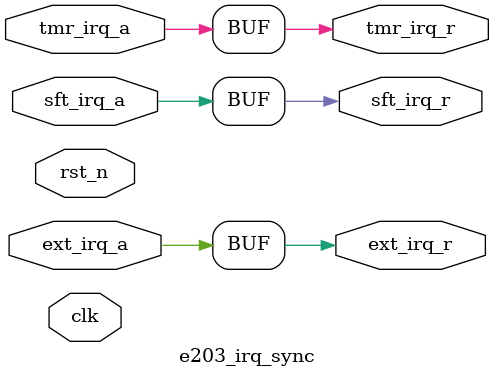
<source format=v>

 /*                                                                      
 Copyright 2018 Nuclei System Technology, Inc.                
                                                                         
 Licensed under the Apache License, Version 2.0 (the "License");         
 you may not use this file except in compliance with the License.        
 You may obtain a copy of the License at                                 
                                                                         
     http://www.apache.org/licenses/LICENSE-2.0                          
                                                                         
  Unless required by applicable law or agreed to in writing, software    
 distributed under the License is distributed on an "AS IS" BASIS,       
 WITHOUT WARRANTIES OR CONDITIONS OF ANY KIND, either express or implied.
 See the License for the specific language governing permissions and     
 limitations under the License.                                          
 */                                                                      
                                                                         
                                                                         
                                                                         
//=====================================================================
// Designer   : Bob Hu
//
// Description:
//  The IRQ and Event Sync module
//
// ====================================================================

`include "e203_defines.v"

module e203_irq_sync #(
  parameter MASTER = 1 
) (
  input  clk,    
  input  rst_n,   

  input  ext_irq_a,
  input  sft_irq_a,
  input  tmr_irq_a,
  // input  dbg_irq_a,

  output ext_irq_r,
  output sft_irq_r,
  output tmr_irq_r,
  // output dbg_irq_r 
);
generate 
  if(MASTER == 1) begin:master_gen
      `ifndef E203_HAS_LOCKSTEP//{
      `ifdef E203_IRQ_NEED_SYNC//{
      // sirv_gnrl_sync # (
      //   .DP(`E203_ASYNC_FF_LEVELS),
      //   .DW(1)
      // ) u_dbg_irq_sync(
      //     .din_a    (dbg_irq_a),
      //     .dout     (dbg_irq_r),
      //     .clk      (clk  ),
      //     .rst_n    (rst_n) 
      // );
      
      
      sirv_gnrl_sync # (
        .DP(`E203_ASYNC_FF_LEVELS),
        .DW(1)
      ) u_ext_irq_sync(
          .din_a    (ext_irq_a),
          .dout     (ext_irq_r),
          .clk      (clk  ),
          .rst_n    (rst_n) 
      );
      
      sirv_gnrl_sync # (
        .DP(`E203_ASYNC_FF_LEVELS),
        .DW(1)
      ) u_sft_irq_sync(
          .din_a    (sft_irq_a),
          .dout     (sft_irq_r),
          .clk      (clk  ),
          .rst_n    (rst_n) 
      );
      
      sirv_gnrl_sync # (
        .DP(`E203_ASYNC_FF_LEVELS),
        .DW(1)
      ) u_tmr_irq_sync(
          .din_a    (tmr_irq_a),
          .dout     (tmr_irq_r),
          .clk      (clk  ),
          .rst_n    (rst_n) 
      );
      `else//}{
        assign ext_irq_r = ext_irq_a;
        assign sft_irq_r = sft_irq_a;
        assign tmr_irq_r = tmr_irq_a;
        assign dbg_irq_r = dbg_irq_a;
      `endif//}
      `endif//}
      
      
  end
  else begin:slave_gen
         // Just pass through for slave in lockstep mode
     assign ext_irq_r = ext_irq_a;
     assign sft_irq_r = sft_irq_a;
     assign tmr_irq_r = tmr_irq_a;
     // assign dbg_irq_r = dbg_irq_a;
   
  end
endgenerate


endmodule


</source>
